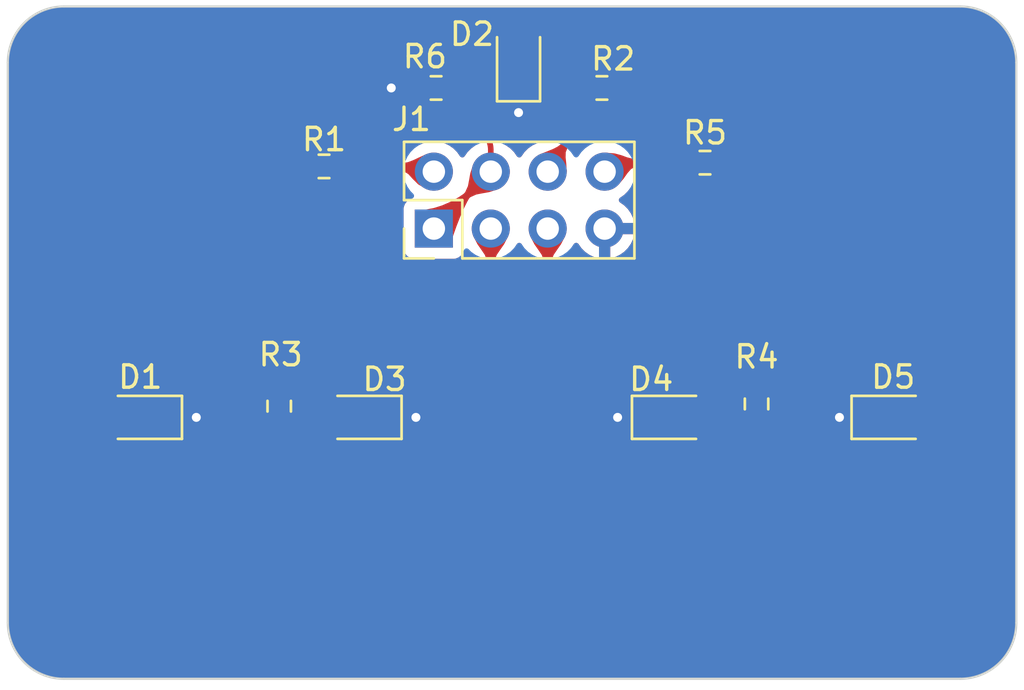
<source format=kicad_pcb>
(kicad_pcb (version 20221018) (generator pcbnew)
  (layers (0 "F.Cu" signal) (31 "B.Cu" signal) (34 "B.Paste" user) (35 "F.Paste" user) (36 "B.SilkS" user "B.Silkscreen") (37 "F.SilkS" user "F.Silkscreen") (38 "B.Mask" user) (39 "F.Mask" user) (44 "Edge.Cuts" user))
  (net 0 "")
  (net 1 "GND")
  (net 2 "Net-(D1-A)")
  (net 3 "Net-(D2-A)")
  (net 4 "Net-(D3-A)")
  (net 5 "Net-(D4-A)")
  (net 6 "Net-(D5-A)")
  (net 7 "PB13")
  (net 8 "PB15")
  (net 9 "PB14")
  (net 10 "PA9{slash}USART_TX")
  (net 11 "PA8")
  (net 12 "PA10{slash}USART_RX")
  (footprint "LED_SMD:LED_0805_2012Metric_Pad1.15x1.40mm_HandSolder" (layer "F.Cu") (at 117.64 47.66 90)
    (fp_text reference "D2" (at 1.135 -2.08 180) (layer "F.SilkS"))
    (fp_text value "LED")
    (fp_line (start -1.86 -0.96) (end -1.86 0.96) (stroke (width 0.12)) (layer "F.SilkS"))
    (fp_line (start -1.86 0.96) (end 1 0.96) (stroke (width 0.12)) (layer "F.SilkS"))
    (fp_line (start 1 -0.96) (end -1.86 -0.96) (stroke (width 0.12)) (layer "F.SilkS"))
    (pad "1" smd roundrect (at -1.025 0 90) (size 1.15 1.4) (layers "F.Cu" "F.Paste" "F.Mask") (roundrect_rratio 0.217391) (net 1 "GND"))
    (pad "2" smd roundrect (at 1.025 0 90) (size 1.15 1.4) (layers "F.Cu" "F.Paste" "F.Mask") (roundrect_rratio 0.217391) (net 3 "Net-(D2-A)"))
  )
  (footprint "Resistor_SMD:R_0603_1608Metric" (layer "F.Cu") (at 128.26 63.025 90)
    (fp_text reference "R4" (at 2.1 0 180) (layer "F.SilkS"))
    (fp_text value "1k")
    (fp_line (start -0.237258 -0.5225) (end 0.237258 -0.5225) (stroke (width 0.12)) (layer "F.SilkS"))
    (fp_line (start -0.237258 0.5225) (end 0.237258 0.5225) (stroke (width 0.12)) (layer "F.SilkS"))
    (pad "1" smd roundrect (at -0.825 0 90) (size 0.8 0.95) (layers "F.Cu" "F.Paste" "F.Mask") (net 5 "Net-(D4-A)"))
    (pad "2" smd roundrect (at 0.825 0 90) (size 0.8 0.95) (layers "F.Cu" "F.Paste" "F.Mask") (net 10 "PA9{slash}USART_TX"))
  )
  (footprint "Resistor_SMD:R_0603_1608Metric" (layer "F.Cu") (at 121.36 48.925)
    (fp_text reference "R2" (at 0.5 -1.3) (layer "F.SilkS"))
    (fp_text value "1k")
    (fp_line (start -0.237258 -0.5225) (end 0.237258 -0.5225) (stroke (width 0.12)) (layer "F.SilkS"))
    (fp_line (start -0.237258 0.5225) (end 0.237258 0.5225) (stroke (width 0.12)) (layer "F.SilkS"))
    (pad "1" smd roundrect (at -0.825 0) (size 0.8 0.95) (layers "F.Cu" "F.Paste" "F.Mask") (net 3 "Net-(D2-A)"))
    (pad "2" smd roundrect (at 0.825 0) (size 0.8 0.95) (layers "F.Cu" "F.Paste" "F.Mask") (net 11 "PA8"))
  )
  (footprint "LED_SMD:LED_0805_2012Metric_Pad1.15x1.40mm_HandSolder" (layer "F.Cu") (at 110.56 63.625 180)
    (fp_text reference "D3" (at -1.1 1.7 180) (layer "F.SilkS"))
    (fp_text value "LED")
    (fp_line (start -1.86 -0.96) (end -1.86 0.96) (stroke (width 0.12)) (layer "F.SilkS"))
    (fp_line (start -1.86 0.96) (end 1 0.96) (stroke (width 0.12)) (layer "F.SilkS"))
    (fp_line (start 1 -0.96) (end -1.86 -0.96) (stroke (width 0.12)) (layer "F.SilkS"))
    (pad "1" smd roundrect (at -1.025 0 180) (size 1.15 1.4) (layers "F.Cu" "F.Paste" "F.Mask") (roundrect_rratio 0.217391) (net 1 "GND"))
    (pad "2" smd roundrect (at 1.025 0 180) (size 1.15 1.4) (layers "F.Cu" "F.Paste" "F.Mask") (roundrect_rratio 0.217391) (net 4 "Net-(D3-A)"))
  )
  (footprint "Resistor_SMD:R_0603_1608Metric" (layer "F.Cu") (at 106.96 63.125 90)
    (fp_text reference "R3" (at 2.3 0.065 180) (layer "F.SilkS"))
    (fp_text value "1k")
    (fp_line (start -0.237258 -0.5225) (end 0.237258 -0.5225) (stroke (width 0.12)) (layer "F.SilkS"))
    (fp_line (start -0.237258 0.5225) (end 0.237258 0.5225) (stroke (width 0.12)) (layer "F.SilkS"))
    (pad "1" smd roundrect (at -0.825 0 90) (size 0.8 0.95) (layers "F.Cu" "F.Paste" "F.Mask") (net 4 "Net-(D3-A)"))
    (pad "2" smd roundrect (at 0.825 0 90) (size 0.8 0.95) (layers "F.Cu" "F.Paste" "F.Mask") (net 8 "PB15"))
  )
  (footprint "Resistor_SMD:R_0603_1608Metric" (layer "F.Cu") (at 125.96 52.26 180)
    (fp_text reference "R5" (at 0 1.335 180) (layer "F.SilkS"))
    (fp_text value "1k")
    (fp_line (start -0.237258 -0.5225) (end 0.237258 -0.5225) (stroke (width 0.12)) (layer "F.SilkS"))
    (fp_line (start -0.237258 0.5225) (end 0.237258 0.5225) (stroke (width 0.12)) (layer "F.SilkS"))
    (pad "1" smd roundrect (at -0.825 0 180) (size 0.8 0.95) (layers "F.Cu" "F.Paste" "F.Mask") (net 6 "Net-(D5-A)"))
    (pad "2" smd roundrect (at 0.825 0 180) (size 0.8 0.95) (layers "F.Cu" "F.Paste" "F.Mask") (net 12 "PA10{slash}USART_RX"))
  )
  (footprint "Resistor_SMD:R_0603_1608Metric" (layer "F.Cu") (at 108.96 52.425)
    (fp_text reference "R1" (at 0 -1.2) (layer "F.SilkS"))
    (fp_text value "1k")
    (fp_line (start -0.237258 -0.5225) (end 0.237258 -0.5225) (stroke (width 0.12)) (layer "F.SilkS"))
    (fp_line (start -0.237258 0.5225) (end 0.237258 0.5225) (stroke (width 0.12)) (layer "F.SilkS"))
    (pad "1" smd roundrect (at -0.825 0) (size 0.8 0.95) (layers "F.Cu" "F.Paste" "F.Mask") (net 2 "Net-(D1-A)"))
    (pad "2" smd roundrect (at 0.825 0) (size 0.8 0.95) (layers "F.Cu" "F.Paste" "F.Mask") (net 7 "PB13"))
  )
  (footprint "Resistor_SMD:R_0603_1608Metric" (layer "F.Cu") (at 113.96 48.925 180)
    (fp_text reference "R6" (at 0.5 1.4) (layer "F.SilkS"))
    (fp_text value "100k")
    (fp_line (start -0.237258 -0.5225) (end 0.237258 -0.5225) (stroke (width 0.12)) (layer "F.SilkS"))
    (fp_line (start -0.237258 0.5225) (end 0.237258 0.5225) (stroke (width 0.12)) (layer "F.SilkS"))
    (pad "1" smd roundrect (at -0.825 0 180) (size 0.8 0.95) (layers "F.Cu" "F.Paste" "F.Mask") (net 9 "PB14"))
    (pad "2" smd roundrect (at 0.825 0 180) (size 0.8 0.95) (layers "F.Cu" "F.Paste" "F.Mask") (net 1 "GND"))
  )
  (footprint "LED_SMD:LED_0805_2012Metric_Pad1.15x1.40mm_HandSolder" (layer "F.Cu") (at 100.76 63.625 180)
    (fp_text reference "D1" (at 0 1.8 180) (layer "F.SilkS"))
    (fp_text value "LED")
    (fp_line (start -1.86 -0.96) (end -1.86 0.96) (stroke (width 0.12)) (layer "F.SilkS"))
    (fp_line (start -1.86 0.96) (end 1 0.96) (stroke (width 0.12)) (layer "F.SilkS"))
    (fp_line (start 1 -0.96) (end -1.86 -0.96) (stroke (width 0.12)) (layer "F.SilkS"))
    (pad "1" smd roundrect (at -1.025 0 180) (size 1.15 1.4) (layers "F.Cu" "F.Paste" "F.Mask") (roundrect_rratio 0.217391) (net 1 "GND"))
    (pad "2" smd roundrect (at 1.025 0 180) (size 1.15 1.4) (layers "F.Cu" "F.Paste" "F.Mask") (roundrect_rratio 0.217391) (net 2 "Net-(D1-A)"))
  )
  (footprint "Connector_PinHeader_2.54mm:PinHeader_2x04_P2.54mm_Vertical" (layer "F.Cu") (at 113.86 55.2 90)
    (fp_text reference "J1" (at 4.875 -1 180) (layer "F.SilkS"))
    (fp_text value "Conn_02x04_Odd_Even")
    (fp_line (start -1.33 -1.33) (end 0 -1.33) (stroke (width 0.12)) (layer "F.SilkS"))
    (fp_line (start -1.33 0) (end -1.33 -1.33) (stroke (width 0.12)) (layer "F.SilkS"))
    (fp_line (start -1.33 1.27) (end -1.33 8.95) (stroke (width 0.12)) (layer "F.SilkS"))
    (fp_line (start -1.33 1.27) (end 1.27 1.27) (stroke (width 0.12)) (layer "F.SilkS"))
    (fp_line (start -1.33 8.95) (end 3.87 8.95) (stroke (width 0.12)) (layer "F.SilkS"))
    (fp_line (start 1.27 -1.33) (end 3.87 -1.33) (stroke (width 0.12)) (layer "F.SilkS"))
    (fp_line (start 1.27 1.27) (end 1.27 -1.33) (stroke (width 0.12)) (layer "F.SilkS"))
    (fp_line (start 3.87 -1.33) (end 3.87 8.95) (stroke (width 0.12)) (layer "F.SilkS"))
    (pad "1" thru_hole rect (at 0 0 90) (size 1.7 1.7) (drill 1) (layers "*.Cu" "*.Mask") (net 9 "PB14"))
    (pad "2" thru_hole oval (at 2.54 0 90) (size 1.7 1.7) (drill 1) (layers "*.Cu" "*.Mask") (net 7 "PB13"))
    (pad "3" thru_hole oval (at 0 2.54 90) (size 1.7 1.7) (drill 1) (layers "*.Cu" "*.Mask") (net 8 "PB15"))
    (pad "4" thru_hole oval (at 2.54 2.54 90) (size 1.7 1.7) (drill 1) (layers "*.Cu" "*.Mask") (net 9 "PB14"))
    (pad "5" thru_hole oval (at 0 5.08 90) (size 1.7 1.7) (drill 1) (layers "*.Cu" "*.Mask") (net 10 "PA9{slash}USART_TX"))
    (pad "6" thru_hole oval (at 2.54 5.08 90) (size 1.7 1.7) (drill 1) (layers "*.Cu" "*.Mask") (net 11 "PA8"))
    (pad "7" thru_hole oval (at 0 7.62 90) (size 1.7 1.7) (drill 1) (layers "*.Cu" "*.Mask") (net 1 "GND"))
    (pad "8" thru_hole oval (at 2.54 7.62 90) (size 1.7 1.7) (drill 1) (layers "*.Cu" "*.Mask") (net 12 "PA10{slash}USART_RX"))
  )
  (footprint "LED_SMD:LED_0805_2012Metric_Pad1.15x1.40mm_HandSolder" (layer "F.Cu") (at 134.36 63.625)
    (fp_text reference "D5" (at 0 -1.8 180) (layer "F.SilkS"))
    (fp_text value "LED")
    (fp_line (start -1.86 -0.96) (end -1.86 0.96) (stroke (width 0.12)) (layer "F.SilkS"))
    (fp_line (start -1.86 0.96) (end 1 0.96) (stroke (width 0.12)) (layer "F.SilkS"))
    (fp_line (start 1 -0.96) (end -1.86 -0.96) (stroke (width 0.12)) (layer "F.SilkS"))
    (pad "1" smd roundrect (at -1.025 0) (size 1.15 1.4) (layers "F.Cu" "F.Paste" "F.Mask") (roundrect_rratio 0.217391) (net 1 "GND"))
    (pad "2" smd roundrect (at 1.025 0) (size 1.15 1.4) (layers "F.Cu" "F.Paste" "F.Mask") (roundrect_rratio 0.217391) (net 6 "Net-(D5-A)"))
  )
  (footprint "LED_SMD:LED_0805_2012Metric_Pad1.15x1.40mm_HandSolder" (layer "F.Cu") (at 124.56 63.625)
    (fp_text reference "D4" (at -1 -1.7 180) (layer "F.SilkS"))
    (fp_text value "LED")
    (fp_line (start -1.86 -0.96) (end -1.86 0.96) (stroke (width 0.12)) (layer "F.SilkS"))
    (fp_line (start -1.86 0.96) (end 1 0.96) (stroke (width 0.12)) (layer "F.SilkS"))
    (fp_line (start 1 -0.96) (end -1.86 -0.96) (stroke (width 0.12)) (layer "F.SilkS"))
    (pad "1" smd roundrect (at -1.025 0) (size 1.15 1.4) (layers "F.Cu" "F.Paste" "F.Mask") (roundrect_rratio 0.217391) (net 1 "GND"))
    (pad "2" smd roundrect (at 1.025 0) (size 1.15 1.4) (layers "F.Cu" "F.Paste" "F.Mask") (roundrect_rratio 0.217391) (net 5 "Net-(D4-A)"))
  )
  (gr_arc (start 97.35 75.29) (mid 95.582233 74.557767) (end 94.85 72.79) (stroke (width 0.1)) (layer "Edge.Cuts"))
  (gr_line (start 97.35 45.29) (end 137.35 45.29) (stroke (width 0.1)) (layer "Edge.Cuts"))
  (gr_line (start 137.35 75.29) (end 97.35 75.29) (stroke (width 0.1)) (layer "Edge.Cuts"))
  (gr_line (start 139.85 47.79) (end 139.85 72.79) (stroke (width 0.1)) (layer "Edge.Cuts"))
  (gr_arc (start 137.35 45.29) (mid 139.117767 46.022233) (end 139.85 47.79) (stroke (width 0.1)) (layer "Edge.Cuts"))
  (gr_arc (start 94.85 47.79) (mid 95.582233 46.022233) (end 97.35 45.29) (stroke (width 0.1)) (layer "Edge.Cuts"))
  (gr_arc (start 139.85 72.79) (mid 139.117767 74.557767) (end 137.35 75.29) (stroke (width 0.1)) (layer "Edge.Cuts"))
  (gr_line (start 94.85 72.79) (end 94.85 47.79) (stroke (width 0.1)) (layer "Edge.Cuts"))
  (segment (start 123.535 63.625) (end 122.06 63.625) (width 0.25) (layer "F.Cu") (net 1))
  (segment (start 111.585 63.625) (end 113.06 63.625) (width 0.25) (layer "F.Cu") (net 1))
  (segment (start 101.785 63.625) (end 103.26 63.625) (width 0.25) (layer "F.Cu") (net 1))
  (segment (start 113.135 48.925) (end 111.96 48.925) (width 0.25) (layer "F.Cu") (net 1))
  (segment (start 133.335 63.625) (end 131.96 63.625) (width 0.25) (layer "F.Cu") (net 1))
  (segment (start 117.64 50.025) (end 117.64 48.685) (width 0.25) (layer "F.Cu") (net 1))
  (via (at 131.96 63.625) (size 0.8) (drill 0.4) (layers "F.Cu" "B.Cu") (net 1))
  (via (at 122.06 63.625) (size 0.8) (drill 0.4) (layers "F.Cu" "B.Cu") (net 1))
  (via (at 111.96 48.925) (size 0.8) (drill 0.4) (layers "F.Cu" "B.Cu") (net 1))
  (via (at 117.64 50.025) (size 0.8) (drill 0.4) (layers "F.Cu" "B.Cu") (net 1))
  (via (at 103.26 63.625) (size 0.8) (drill 0.4) (layers "F.Cu" "B.Cu") (net 1))
  (via (at 113.06 63.625) (size 0.8) (drill 0.4) (layers "F.Cu" "B.Cu") (net 1))
  (segment (start 104.245786 57.225) (end 102.774214 57.225) (width 0.25) (layer "F.Cu") (net 2))
  (segment (start 107.842107 54.042893) (end 104.952893 56.932107) (width 0.25) (layer "F.Cu") (net 2))
  (segment (start 99.735 60.264214) (end 99.735 63.625) (width 0.25) (layer "F.Cu") (net 2))
  (segment (start 102.067107 57.517893) (end 100.027893 59.557107) (width 0.25) (layer "F.Cu") (net 2))
  (segment (start 108.135 52.425) (end 108.135 53.335786) (width 0.25) (layer "F.Cu") (net 2))
  (arc (start 102.774214 57.225) (mid 102.39153 57.30112) (end 102.067107 57.517893) (width 0.25) (layer "F.Cu") (net 2))
  (arc (start 108.135 53.335786) (mid 108.05888 53.718469) (end 107.842107 54.042893) (width 0.25) (layer "F.Cu") (net 2))
  (arc (start 99.735 60.264214) (mid 99.81112 59.881531) (end 100.027893 59.557107) (width 0.25) (layer "F.Cu") (net 2))
  (arc (start 104.952893 56.932107) (mid 104.628469 57.14888) (end 104.245786 57.225) (width 0.25) (layer "F.Cu") (net 2))
  (segment (start 119.350786 46.635) (end 117.64 46.635) (width 0.25) (layer "F.Cu") (net 3))
  (segment (start 120.535 48.925) (end 120.535 47.819214) (width 0.25) (layer "F.Cu") (net 3))
  (segment (start 120.242107 47.112107) (end 120.057893 46.927893) (width 0.25) (layer "F.Cu") (net 3))
  (arc (start 120.057893 46.927893) (mid 119.73347 46.71112) (end 119.350786 46.635) (width 0.25) (layer "F.Cu") (net 3))
  (arc (start 120.242107 47.112107) (mid 120.45888 47.43653) (end 120.535 47.819214) (width 0.25) (layer "F.Cu") (net 3))
  (segment (start 109.21 63.95) (end 109.535 63.625) (width 0.25) (layer "F.Cu") (net 4))
  (segment (start 106.96 63.95) (end 109.21 63.95) (width 0.25) (layer "F.Cu") (net 4))
  (segment (start 128.26 63.85) (end 125.81 63.85) (width 0.25) (layer "F.Cu") (net 5))
  (segment (start 125.81 63.85) (end 125.585 63.625) (width 0.25) (layer "F.Cu") (net 5))
  (segment (start 135.385 60.464214) (end 135.385 63.625) (width 0.25) (layer "F.Cu") (net 6))
  (segment (start 126.785 52.26) (end 126.785 53.235786) (width 0.25) (layer "F.Cu") (net 6))
  (segment (start 127.077893 53.942893) (end 129.867107 56.732107) (width 0.25) (layer "F.Cu") (net 6))
  (segment (start 132.652893 57.317893) (end 135.092107 59.757107) (width 0.25) (layer "F.Cu") (net 6))
  (segment (start 130.574214 57.025) (end 131.945786 57.025) (width 0.25) (layer "F.Cu") (net 6))
  (arc (start 129.867107 56.732107) (mid 130.191531 56.94888) (end 130.574214 57.025) (width 0.25) (layer "F.Cu") (net 6))
  (arc (start 135.385 60.464214) (mid 135.30888 60.081531) (end 135.092107 59.757107) (width 0.25) (layer "F.Cu") (net 6))
  (arc (start 126.785 53.235786) (mid 126.86112 53.61847) (end 127.077893 53.942893) (width 0.25) (layer "F.Cu") (net 6))
  (arc (start 131.945786 57.025) (mid 132.328469 57.10112) (end 132.652893 57.317893) (width 0.25) (layer "F.Cu") (net 6))
  (segment (start 113.625 52.425) (end 113.86 52.66) (width 0.25) (layer "F.Cu") (net 7))
  (segment (start 109.785 52.425) (end 113.625 52.425) (width 0.25) (layer "F.Cu") (net 7))
  (segment (start 107.667107 58.817893) (end 107.252893 59.232107) (width 0.25) (layer "F.Cu") (net 8))
  (segment (start 106.96 59.939214) (end 106.96 62.3) (width 0.25) (layer "F.Cu") (net 8))
  (segment (start 115.145786 58.525) (end 108.374214 58.525) (width 0.25) (layer "F.Cu") (net 8))
  (segment (start 116.107107 57.977893) (end 115.852893 58.232107) (width 0.25) (layer "F.Cu") (net 8))
  (segment (start 116.4 55.2) (end 116.4 57.270786) (width 0.25) (layer "F.Cu") (net 8))
  (arc (start 108.374214 58.525) (mid 107.991531 58.60112) (end 107.667107 58.817893) (width 0.25) (layer "F.Cu") (net 8))
  (arc (start 107.252893 59.232107) (mid 107.03612 59.556531) (end 106.96 59.939214) (width 0.25) (layer "F.Cu") (net 8))
  (arc (start 116.4 57.270786) (mid 116.32388 57.65347) (end 116.107107 57.977893) (width 0.25) (layer "F.Cu") (net 8))
  (arc (start 115.852893 58.232107) (mid 115.52847 58.44888) (end 115.145786 58.525) (width 0.25) (layer "F.Cu") (net 8))
  (segment (start 116.107107 50.972107) (end 115.077893 49.942893) (width 0.25) (layer "F.Cu") (net 9))
  (segment (start 116.4 52.66) (end 116.4 51.679214) (width 0.25) (layer "F.Cu") (net 9))
  (segment (start 113.86 55.2) (end 116.4 52.66) (width 0.25) (layer "F.Cu") (net 9))
  (segment (start 114.785 49.235786) (end 114.785 48.925) (width 0.25) (layer "F.Cu") (net 9))
  (arc (start 116.4 51.679214) (mid 116.32388 51.296531) (end 116.107107 50.972107) (width 0.25) (layer "F.Cu") (net 9))
  (arc (start 115.077893 49.942893) (mid 114.86112 49.61847) (end 114.785 49.235786) (width 0.25) (layer "F.Cu") (net 9))
  (segment (start 119.232893 57.997893) (end 119.367107 58.132107) (width 0.25) (layer "F.Cu") (net 10))
  (segment (start 127.552893 58.717893) (end 127.967107 59.132107) (width 0.25) (layer "F.Cu") (net 10))
  (segment (start 118.94 55.2) (end 118.94 57.290786) (width 0.25) (layer "F.Cu") (net 10))
  (segment (start 128.26 59.839214) (end 128.26 62.2) (width 0.25) (layer "F.Cu") (net 10))
  (segment (start 120.074214 58.425) (end 126.845786 58.425) (width 0.25) (layer "F.Cu") (net 10))
  (arc (start 126.845786 58.425) (mid 127.22847 58.50112) (end 127.552893 58.717893) (width 0.25) (layer "F.Cu") (net 10))
  (arc (start 118.94 57.290786) (mid 119.01612 57.673469) (end 119.232893 57.997893) (width 0.25) (layer "F.Cu") (net 10))
  (arc (start 127.967107 59.132107) (mid 128.18388 59.456531) (end 128.26 59.839214) (width 0.25) (layer "F.Cu") (net 10))
  (arc (start 119.367107 58.132107) (mid 119.69153 58.34888) (end 120.074214 58.425) (width 0.25) (layer "F.Cu") (net 10))
  (segment (start 120.674214 50.925) (end 120.845786 50.925) (width 0.25) (layer "F.Cu") (net 11))
  (segment (start 122.185 49.585786) (end 122.185 48.925) (width 0.25) (layer "F.Cu") (net 11))
  (segment (start 119.232893 51.952107) (end 119.967107 51.217893) (width 0.25) (layer "F.Cu") (net 11))
  (segment (start 118.94 52.66) (end 118.94 52.659214) (width 0.25) (layer "F.Cu") (net 11))
  (segment (start 121.552893 50.632107) (end 121.892107 50.292893) (width 0.25) (layer "F.Cu") (net 11))
  (arc (start 120.674214 50.925) (mid 120.291531 51.00112) (end 119.967107 51.217893) (width 0.25) (layer "F.Cu") (net 11))
  (arc (start 121.552893 50.632107) (mid 121.22847 50.84888) (end 120.845786 50.925) (width 0.25) (layer "F.Cu") (net 11))
  (arc (start 118.94 52.659214) (mid 119.01612 52.276531) (end 119.232893 51.952107) (width 0.25) (layer "F.Cu") (net 11))
  (arc (start 122.185 49.585786) (mid 122.10888 49.968469) (end 121.892107 50.292893) (width 0.25) (layer "F.Cu") (net 11))
  (segment (start 125.135 52.26) (end 122.294214 52.26) (width 0.25) (layer "F.Cu") (net 12))
  (segment (start 121.587107 52.552893) (end 121.48 52.66) (width 0.25) (layer "F.Cu") (net 12))
  (arc (start 121.587107 52.552893) (mid 121.91153 52.33612) (end 122.294214 52.26) (width 0.25) (layer "F.Cu") (net 12))
  (zone (net 1) (net_name "GND") (layers "F&B.Cu") (connect_pads (clearance 0.5)) (min_thickness 0.25) (fill yes (thermal_gap 0.5) (thermal_bridge_width 0.5))
    (polygon (pts (xy 94.8 45.2) (xy 140.2 45) (xy 140.2 75.7) (xy 94.5 75.8) (xy 94.6 45.2)))
  )
)
</source>
